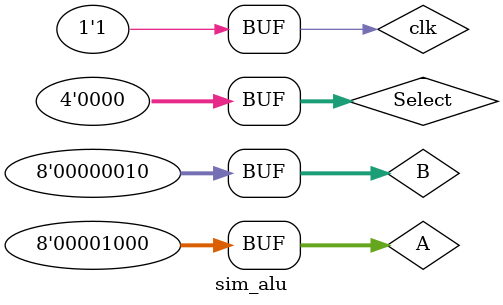
<source format=v>
`timescale 1ns / 1ps


module sim_alu();
reg [7:0] A,B;
reg [3:0] Select;
wire [7:0] Out;
wire carry;
//integer k;
reg clk;


alu dut(A,B,Select,Out,carry,clk);
always begin
//A= 8'b00000000;
//B= 8'b00000000;
//Select= 4'b0000;
clk=1;

A= 8'b00001000;
B= 8'b00000010;
Select= 4'b0000;
#10; 
end


always #5 clk=!clk;

//for(k=0;k<=15;k=k+1)
//begin
//Select = Select+ 4'b0001;
//#10;
//end

endmodule

</source>
